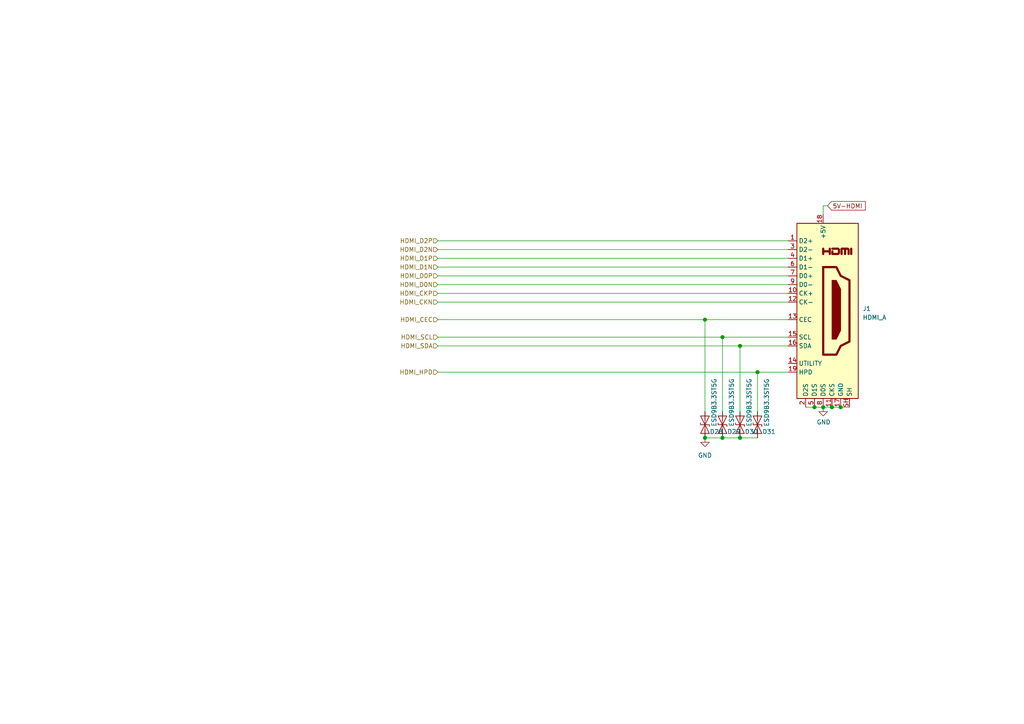
<source format=kicad_sch>
(kicad_sch (version 20210406) (generator eeschema)
  (paper "A4")
  (lib_symbols
    (symbol "Connector:HDMI_A"
      (property "Reference" "J" (at -6.35 26.67 0))
      (property "Value" "HDMI_A" (at 10.16 26.67 0))
      (symbol "HDMI_A_0_0"
        (polyline (pts (xy 8.128 16.51) (xy 8.128 18.034)) (stroke (width 0.635)))
        (polyline (pts (xy 0 16.51) (xy 0 18.034) (xy 0 17.272) (xy 1.905 17.272) (xy 1.905 18.034) (xy 1.905 16.51)) (stroke (width 0.635)))
        (polyline (pts (xy 2.667 18.034) (xy 4.318 18.034) (xy 4.572 17.78) (xy 4.572 16.764) (xy 4.318 16.51) (xy 2.667 16.51) (xy 2.667 17.272)) (stroke (width 0.635)))
      )
      (symbol "HDMI_A_0_1"
        (rectangle (start -7.62 25.4) (end 10.16 -25.4) (stroke (width 0.254)) (fill (type background)))
        (polyline (pts (xy 5.334 16.51) (xy 5.334 18.034) (xy 6.35 18.034) (xy 6.35 16.51) (xy 6.35 18.034) (xy 7.112 18.034) (xy 7.366 17.78) (xy 7.366 16.51)) (stroke (width 0.635)))
        (polyline (pts (xy 0 12.7) (xy 0 -12.7) (xy 3.81 -12.7) (xy 5.08 -10.16) (xy 7.62 -8.89) (xy 7.62 8.89) (xy 5.08 10.16) (xy 3.81 12.7) (xy 0 12.7)) (stroke (width 0.635)))
        (polyline (pts (xy 2.54 8.89) (xy 3.81 8.89) (xy 5.08 6.35) (xy 5.08 -5.715) (xy 3.81 -8.255) (xy 2.54 -8.255) (xy 2.54 8.89)) (fill (type outline)))
      )
      (symbol "HDMI_A_1_1"
        (pin passive line (at -10.16 20.32 0) (length 2.54) (name "D2+") (number "1"))
        (pin passive line (at -10.16 5.08 0) (length 2.54) (name "CK+") (number "10"))
        (pin power_in line (at 2.54 -27.94 90) (length 2.54) (name "CKS") (number "11"))
        (pin passive line (at -10.16 2.54 0) (length 2.54) (name "CK-") (number "12"))
        (pin bidirectional line (at -10.16 -2.54 0) (length 2.54) (name "CEC") (number "13"))
        (pin passive line (at -10.16 -15.24 0) (length 2.54) (name "UTILITY") (number "14"))
        (pin passive line (at -10.16 -7.62 0) (length 2.54) (name "SCL") (number "15"))
        (pin bidirectional line (at -10.16 -10.16 0) (length 2.54) (name "SDA") (number "16"))
        (pin power_in line (at 5.08 -27.94 90) (length 2.54) (name "GND") (number "17"))
        (pin power_in line (at 0 27.94 270) (length 2.54) (name "+5V") (number "18"))
        (pin passive line (at -10.16 -17.78 0) (length 2.54) (name "HPD") (number "19"))
        (pin power_in line (at -5.08 -27.94 90) (length 2.54) (name "D2S") (number "2"))
        (pin passive line (at -10.16 17.78 0) (length 2.54) (name "D2-") (number "3"))
        (pin passive line (at -10.16 15.24 0) (length 2.54) (name "D1+") (number "4"))
        (pin power_in line (at -2.54 -27.94 90) (length 2.54) (name "D1S") (number "5"))
        (pin passive line (at -10.16 12.7 0) (length 2.54) (name "D1-") (number "6"))
        (pin passive line (at -10.16 10.16 0) (length 2.54) (name "D0+") (number "7"))
        (pin power_in line (at 0 -27.94 90) (length 2.54) (name "D0S") (number "8"))
        (pin passive line (at -10.16 7.62 0) (length 2.54) (name "D0-") (number "9"))
        (pin passive line (at 7.62 -27.94 90) (length 2.54) (name "SH") (number "SH"))
      )
    )
    (symbol "Diode:ESD9B3.3ST5G" (pin_numbers hide) (pin_names (offset 1.016) hide)
      (property "Reference" "D" (at 0 2.54 0))
      (property "Value" "ESD9B3.3ST5G" (at 0 -2.54 0))
      (symbol "ESD9B3.3ST5G_0_1"
        (polyline (pts (xy 1.27 0) (xy -1.27 0)))
        (polyline (pts (xy -2.54 -1.27) (xy 0 0) (xy -2.54 1.27) (xy -2.54 -1.27)) (stroke (width 0.2032)))
        (polyline (pts (xy 0.508 1.27) (xy 0 1.27) (xy 0 -1.27) (xy -0.508 -1.27)) (stroke (width 0.2032)))
        (polyline (pts (xy 2.54 1.27) (xy 2.54 -1.27) (xy 0 0) (xy 2.54 1.27)) (stroke (width 0.2032)))
      )
      (symbol "ESD9B3.3ST5G_1_1"
        (pin passive line (at -3.81 0 0) (length 2.54) (name "A1") (number "1"))
        (pin passive line (at 3.81 0 180) (length 2.54) (name "A2") (number "2"))
      )
    )
    (symbol "power:GND" (power) (pin_names (offset 0))
      (property "Value" "GND" (at 0 -3.81 0))
      (symbol "GND_0_1"
        (polyline (pts (xy 0 0) (xy 0 -1.27) (xy 1.27 -1.27) (xy 0 -2.54) (xy -1.27 -1.27) (xy 0 -1.27)))
      )
      (symbol "GND_1_1"
        (pin power_in line (at 0 0 270) (length 0) hide (name "GND") (number "1"))
      )
    )
  )
  (junction (at 204.47 92.71) (diameter 1.016))
  (junction (at 204.47 127) (diameter 1.016))
  (junction (at 209.55 97.79) (diameter 1.016))
  (junction (at 209.55 127) (diameter 1.016))
  (junction (at 214.63 100.33) (diameter 1.016))
  (junction (at 214.63 127) (diameter 1.016))
  (junction (at 219.71 107.95) (diameter 1.016))
  (junction (at 236.22 118.11) (diameter 1.016))
  (junction (at 238.76 118.11) (diameter 1.016))
  (junction (at 241.3 118.11) (diameter 1.016))
  (junction (at 243.84 118.11) (diameter 1.016))
  (wire (pts (xy 127 69.85) (xy 228.6 69.85)))
  (wire (pts (xy 127 72.39) (xy 228.6 72.39)))
  (wire (pts (xy 127 74.93) (xy 228.6 74.93)))
  (wire (pts (xy 127 77.47) (xy 228.6 77.47)))
  (wire (pts (xy 127 80.01) (xy 228.6 80.01)))
  (wire (pts (xy 127 82.55) (xy 228.6 82.55)))
  (wire (pts (xy 127 85.09) (xy 228.6 85.09)))
  (wire (pts (xy 127 87.63) (xy 228.6 87.63)))
  (wire (pts (xy 127 92.71) (xy 204.47 92.71)))
  (wire (pts (xy 127 97.79) (xy 209.55 97.79)))
  (wire (pts (xy 127 100.33) (xy 214.63 100.33)))
  (wire (pts (xy 127 107.95) (xy 219.71 107.95)))
  (wire (pts (xy 204.47 92.71) (xy 204.47 119.38)))
  (wire (pts (xy 204.47 92.71) (xy 228.6 92.71)))
  (wire (pts (xy 204.47 127) (xy 209.55 127)))
  (wire (pts (xy 209.55 97.79) (xy 209.55 119.38)))
  (wire (pts (xy 209.55 97.79) (xy 228.6 97.79)))
  (wire (pts (xy 209.55 127) (xy 214.63 127)))
  (wire (pts (xy 214.63 100.33) (xy 214.63 119.38)))
  (wire (pts (xy 214.63 100.33) (xy 228.6 100.33)))
  (wire (pts (xy 214.63 127) (xy 219.71 127)))
  (wire (pts (xy 219.71 107.95) (xy 219.71 119.38)))
  (wire (pts (xy 219.71 107.95) (xy 228.6 107.95)))
  (wire (pts (xy 233.68 118.11) (xy 236.22 118.11)))
  (wire (pts (xy 236.22 118.11) (xy 238.76 118.11)))
  (wire (pts (xy 238.76 59.69) (xy 238.76 62.23)))
  (wire (pts (xy 238.76 118.11) (xy 241.3 118.11)))
  (wire (pts (xy 240.03 59.69) (xy 238.76 59.69)))
  (wire (pts (xy 241.3 118.11) (xy 243.84 118.11)))
  (wire (pts (xy 243.84 118.11) (xy 246.38 118.11)))
  (global_label "5V-HDMI" (shape input) (at 240.03 59.69 0) (property "Intersheet References" "${INTERSHEET_REFS}" (effects hide)))
  (hierarchical_label "HDMI_D2P" (shape input) (at 127 69.85 180))
  (hierarchical_label "HDMI_D2N" (shape input) (at 127 72.39 180))
  (hierarchical_label "HDMI_D1P" (shape input) (at 127 74.93 180))
  (hierarchical_label "HDMI_D1N" (shape input) (at 127 77.47 180))
  (hierarchical_label "HDMI_D0P" (shape input) (at 127 80.01 180))
  (hierarchical_label "HDMI_D0N" (shape input) (at 127 82.55 180))
  (hierarchical_label "HDMI_CKP" (shape input) (at 127 85.09 180))
  (hierarchical_label "HDMI_CKN" (shape input) (at 127 87.63 180))
  (hierarchical_label "HDMI_CEC" (shape input) (at 127 92.71 180))
  (hierarchical_label "HDMI_SCL" (shape input) (at 127 97.79 180))
  (hierarchical_label "HDMI_SDA" (shape input) (at 127 100.33 180))
  (hierarchical_label "HDMI_HPD" (shape input) (at 127 107.95 180))
  (symbol (lib_id "power:GND") (at 204.47 127 0) (unit 1)
    (property "Reference" "#PWR0202" (effects hide))
    (property "Value" "GND" (at 204.47 132.08 0))
  )
  (symbol (lib_id "power:GND") (at 238.76 118.11 0) (unit 1)
    (property "Reference" "#PWR0108" (effects hide))
    (property "Value" "GND" (at 238.8743 122.4344 0))
  )
  (symbol (lib_id "Diode:ESD9B3.3ST5G") (at 204.47 123.19 90) (unit 1)
    (property "Reference" "D28" (at 205.8417 125.2156 90) (effects (justify right)))
    (property "Value" "ESD9B3.3ST5G" (at 207.1117 109.7343 0) (effects (justify right)))
    (property "Footprint" "Diode_SMD:D_SOD-923" (effects hide))
    (property "Datasheet" "https://www.onsemi.com/pub/Collateral/ESD9B-D.PDF" (effects hide))
  )
  (symbol (lib_id "Diode:ESD9B3.3ST5G") (at 209.55 123.19 90) (unit 1)
    (property "Reference" "D29" (at 210.9217 125.2156 90) (effects (justify right)))
    (property "Value" "ESD9B3.3ST5G" (at 212.1917 109.7343 0) (effects (justify right)))
    (property "Footprint" "Diode_SMD:D_SOD-923" (effects hide))
    (property "Datasheet" "https://www.onsemi.com/pub/Collateral/ESD9B-D.PDF" (effects hide))
  )
  (symbol (lib_id "Diode:ESD9B3.3ST5G") (at 214.63 123.19 90) (unit 1)
    (property "Reference" "D30" (at 216.0017 125.2156 90) (effects (justify right)))
    (property "Value" "ESD9B3.3ST5G" (at 217.2717 109.7343 0) (effects (justify right)))
    (property "Footprint" "Diode_SMD:D_SOD-923" (effects hide))
    (property "Datasheet" "https://www.onsemi.com/pub/Collateral/ESD9B-D.PDF" (effects hide))
  )
  (symbol (lib_id "Diode:ESD9B3.3ST5G") (at 219.71 123.19 90) (unit 1)
    (property "Reference" "D31" (at 221.0817 125.2156 90) (effects (justify right)))
    (property "Value" "ESD9B3.3ST5G" (at 222.3517 109.7343 0) (effects (justify right)))
    (property "Footprint" "Diode_SMD:D_SOD-923" (effects hide))
    (property "Datasheet" "https://www.onsemi.com/pub/Collateral/ESD9B-D.PDF" (effects hide))
  )
  (symbol (lib_id "Connector:HDMI_A") (at 238.76 90.17 0) (unit 1)
    (property "Reference" "J1" (at 250.19 89.5349 0) (effects (justify left)))
    (property "Value" "HDMI_A" (at 250.19 92.0749 0) (effects (justify left)))
    (property "Footprint" "hdmi:hdmi" (effects hide))
    (property "Datasheet" "https://en.wikipedia.org/wiki/HDMI" (effects hide))
  )
)
</source>
